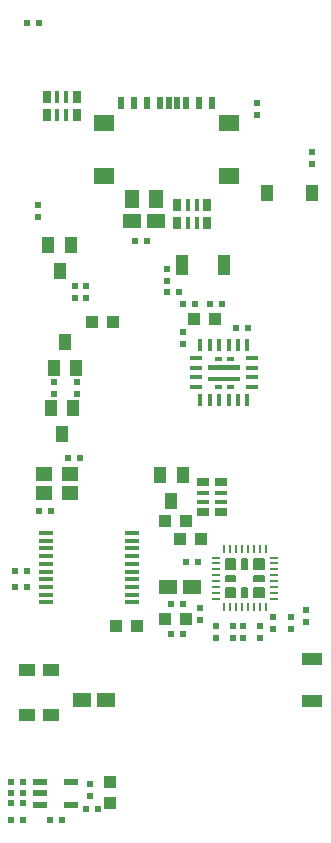
<source format=gbr>
G04 #@! TF.GenerationSoftware,KiCad,Pcbnew,5.1.0-unknown-a7c8df5~94~ubuntu18.04.1*
G04 #@! TF.CreationDate,2019-03-22T16:10:05+02:00*
G04 #@! TF.ProjectId,ESP32-PoE_Rev_D,45535033-322d-4506-9f45-5f5265765f44,D*
G04 #@! TF.SameCoordinates,Original*
G04 #@! TF.FileFunction,Paste,Bot*
G04 #@! TF.FilePolarity,Positive*
%FSLAX46Y46*%
G04 Gerber Fmt 4.6, Leading zero omitted, Abs format (unit mm)*
G04 Created by KiCad (PCBNEW 5.1.0-unknown-a7c8df5~94~ubuntu18.04.1) date 2019-03-22 16:10:05*
%MOMM*%
%LPD*%
G04 APERTURE LIST*
%ADD10C,0.100000*%
%ADD11C,0.200000*%
%ADD12R,1.400000X1.200000*%
%ADD13R,0.500000X0.550000*%
%ADD14R,1.016000X1.778000*%
%ADD15R,0.381000X1.016000*%
%ADD16R,0.635000X1.016000*%
%ADD17R,1.000000X1.400000*%
%ADD18R,1.016000X1.016000*%
%ADD19R,0.550000X0.500000*%
%ADD20R,1.000000X0.400000*%
%ADD21R,0.400000X1.000000*%
%ADD22R,0.230000X0.780000*%
%ADD23R,0.780000X0.230000*%
%ADD24R,1.524000X1.270000*%
%ADD25R,1.016000X0.381000*%
%ADD26R,1.016000X0.635000*%
%ADD27R,0.500000X1.000000*%
%ADD28R,1.754000X1.454000*%
%ADD29R,1.778000X1.016000*%
%ADD30R,1.270000X0.325000*%
%ADD31R,1.270000X1.524000*%
%ADD32R,1.200000X0.550000*%
%ADD33R,1.400000X1.000000*%
G04 APERTURE END LIST*
D10*
G36*
X109216000Y-130395000D02*
G01*
X109716000Y-130395000D01*
X109716000Y-130145000D01*
X109216000Y-130145000D01*
X109216000Y-130395000D01*
G37*
X109216000Y-130395000D02*
X109716000Y-130395000D01*
X109716000Y-130145000D01*
X109216000Y-130145000D01*
X109216000Y-130395000D01*
G36*
X108216000Y-130395000D02*
G01*
X108716000Y-130395000D01*
X108716000Y-130145000D01*
X108216000Y-130145000D01*
X108216000Y-130395000D01*
G37*
X108216000Y-130395000D02*
X108716000Y-130395000D01*
X108716000Y-130145000D01*
X108216000Y-130145000D01*
X108216000Y-130395000D01*
G36*
X108216000Y-132745000D02*
G01*
X108716000Y-132745000D01*
X108716000Y-132495000D01*
X108216000Y-132495000D01*
X108216000Y-132745000D01*
G37*
X108216000Y-132745000D02*
X108716000Y-132745000D01*
X108716000Y-132495000D01*
X108216000Y-132495000D01*
X108216000Y-132745000D01*
G36*
X107666000Y-130795000D02*
G01*
X107666000Y-131095000D01*
X110266000Y-131095000D01*
X110266000Y-130795000D01*
X107666000Y-130795000D01*
G37*
X107666000Y-130795000D02*
X107666000Y-131095000D01*
X110266000Y-131095000D01*
X110266000Y-130795000D01*
X107666000Y-130795000D01*
G36*
X109216000Y-132745000D02*
G01*
X109716000Y-132745000D01*
X109716000Y-132495000D01*
X109216000Y-132495000D01*
X109216000Y-132745000D01*
G37*
X109216000Y-132745000D02*
X109716000Y-132745000D01*
X109716000Y-132495000D01*
X109216000Y-132495000D01*
X109216000Y-132745000D01*
G36*
X107666000Y-131795000D02*
G01*
X107666000Y-132095000D01*
X110266000Y-132095000D01*
X110266000Y-131795000D01*
X107666000Y-131795000D01*
G37*
X107666000Y-131795000D02*
X107666000Y-132095000D01*
X110266000Y-132095000D01*
X110266000Y-131795000D01*
X107666000Y-131795000D01*
D11*
X112344000Y-149644000D02*
X112344000Y-150444000D01*
X111544000Y-149644000D02*
X112344000Y-149644000D01*
X111544000Y-150444000D02*
X111544000Y-149644000D01*
X112344000Y-150444000D02*
X111544000Y-150444000D01*
X112344000Y-150344000D02*
X111544000Y-150344000D01*
X112344000Y-150244000D02*
X111544000Y-150244000D01*
X112344000Y-150144000D02*
X111544000Y-150144000D01*
X112344000Y-150044000D02*
X111544000Y-150044000D01*
X112344000Y-149944000D02*
X111544000Y-149944000D01*
X112344000Y-149844000D02*
X111544000Y-149844000D01*
X112344000Y-149744000D02*
X111544000Y-149744000D01*
X109944000Y-149744000D02*
X109144000Y-149744000D01*
X109944000Y-149844000D02*
X109144000Y-149844000D01*
X109944000Y-149944000D02*
X109144000Y-149944000D01*
X109944000Y-150044000D02*
X109144000Y-150044000D01*
X109944000Y-150144000D02*
X109144000Y-150144000D01*
X109944000Y-150244000D02*
X109144000Y-150244000D01*
X109944000Y-150344000D02*
X109144000Y-150344000D01*
X109944000Y-150444000D02*
X109144000Y-150444000D01*
X109144000Y-150444000D02*
X109144000Y-149644000D01*
X109144000Y-149644000D02*
X109944000Y-149644000D01*
X109944000Y-149644000D02*
X109944000Y-150444000D01*
X112344000Y-147344000D02*
X111544000Y-147344000D01*
X112344000Y-147444000D02*
X111544000Y-147444000D01*
X112344000Y-147544000D02*
X111544000Y-147544000D01*
X112344000Y-147644000D02*
X111544000Y-147644000D01*
X112344000Y-147744000D02*
X111544000Y-147744000D01*
X112344000Y-147844000D02*
X111544000Y-147844000D01*
X112344000Y-147944000D02*
X111544000Y-147944000D01*
X112344000Y-148044000D02*
X111544000Y-148044000D01*
X111544000Y-148044000D02*
X111544000Y-147244000D01*
X111544000Y-147244000D02*
X112344000Y-147244000D01*
X112344000Y-147244000D02*
X112344000Y-148044000D01*
X109944000Y-147244000D02*
X109944000Y-148044000D01*
X109144000Y-147244000D02*
X109944000Y-147244000D01*
X109144000Y-148044000D02*
X109144000Y-147244000D01*
X109944000Y-148044000D02*
X109144000Y-148044000D01*
X109944000Y-147944000D02*
X109144000Y-147944000D01*
X109944000Y-147844000D02*
X109144000Y-147844000D01*
X109944000Y-147744000D02*
X109144000Y-147744000D01*
X109944000Y-147644000D02*
X109144000Y-147644000D01*
X109944000Y-147544000D02*
X109144000Y-147544000D01*
X109944000Y-147444000D02*
X109144000Y-147444000D01*
X109944000Y-147344000D02*
X109144000Y-147344000D01*
X110544000Y-150444000D02*
X110944000Y-150444000D01*
X110544000Y-149644000D02*
X110544000Y-150444000D01*
X110944000Y-149644000D02*
X110544000Y-149644000D01*
X110944000Y-150444000D02*
X110944000Y-149644000D01*
X110844000Y-150444000D02*
X110844000Y-149644000D01*
X110744000Y-150444000D02*
X110744000Y-149644000D01*
X110644000Y-150444000D02*
X110644000Y-149644000D01*
X110644000Y-148044000D02*
X110644000Y-147244000D01*
X110744000Y-148044000D02*
X110744000Y-147244000D01*
X110844000Y-148044000D02*
X110844000Y-147244000D01*
X110944000Y-148044000D02*
X110944000Y-147244000D01*
X110944000Y-147244000D02*
X110544000Y-147244000D01*
X110544000Y-147244000D02*
X110544000Y-148044000D01*
X110544000Y-148044000D02*
X110944000Y-148044000D01*
X112344000Y-148644000D02*
X112344000Y-149044000D01*
X111544000Y-148644000D02*
X112344000Y-148644000D01*
X111544000Y-149044000D02*
X111544000Y-148644000D01*
X112344000Y-149044000D02*
X111544000Y-149044000D01*
X112344000Y-148944000D02*
X111544000Y-148944000D01*
X111544000Y-148844000D02*
X112344000Y-148844000D01*
X112344000Y-148744000D02*
X111544000Y-148744000D01*
X109944000Y-148744000D02*
X109144000Y-148744000D01*
X109144000Y-148844000D02*
X109944000Y-148844000D01*
X109944000Y-148944000D02*
X109144000Y-148944000D01*
X109944000Y-149044000D02*
X109144000Y-149044000D01*
X109144000Y-149044000D02*
X109144000Y-148644000D01*
X109144000Y-148644000D02*
X109944000Y-148644000D01*
X109944000Y-148644000D02*
X109944000Y-149044000D01*
D12*
X95969000Y-140043000D03*
X93769000Y-141643000D03*
X93769000Y-140043000D03*
X95969000Y-141643000D03*
D13*
X95758000Y-138684000D03*
X96774000Y-138684000D03*
D14*
X108966000Y-122301000D03*
X105410000Y-122301000D03*
D15*
X106680000Y-117221000D03*
X105918000Y-117221000D03*
X106680000Y-118745000D03*
X105918000Y-118745000D03*
D16*
X107569000Y-117221000D03*
X107569000Y-118745000D03*
X105029000Y-117221000D03*
X105029000Y-118745000D03*
D17*
X94107000Y-120650000D03*
X96009460Y-120650000D03*
X95054420Y-122859800D03*
D18*
X106426000Y-126873000D03*
X108204000Y-126873000D03*
D19*
X96520000Y-132207000D03*
X96520000Y-133223000D03*
X94615000Y-133223000D03*
X94615000Y-132207000D03*
D20*
X106616000Y-132645000D03*
X106616000Y-131845000D03*
X106616000Y-131045000D03*
X106616000Y-130245000D03*
D21*
X106966000Y-129095000D03*
X107766000Y-129095000D03*
X108566000Y-129095000D03*
X109366000Y-129095000D03*
X110166000Y-129095000D03*
X110966000Y-129095000D03*
D20*
X111316000Y-130245000D03*
X111316000Y-131045000D03*
X111316000Y-131845000D03*
X111316000Y-132645000D03*
D21*
X110966000Y-133795000D03*
X110166000Y-133795000D03*
X109366000Y-133795000D03*
X108566000Y-133795000D03*
X107766000Y-133795000D03*
X106966000Y-133795000D03*
D22*
X108994000Y-151294000D03*
X109494000Y-151294000D03*
X109994000Y-151294000D03*
X110494000Y-151294000D03*
X110994000Y-151294000D03*
X111494000Y-151294000D03*
X111994000Y-151294000D03*
X112494000Y-151294000D03*
D23*
X113194000Y-150594000D03*
X113194000Y-150094000D03*
X113194000Y-149594000D03*
X113194000Y-149094000D03*
X113194000Y-148594000D03*
X113194000Y-148094000D03*
X113194000Y-147594000D03*
X113194000Y-147094000D03*
D22*
X112494000Y-146394000D03*
X111994000Y-146394000D03*
X111494000Y-146394000D03*
X110994000Y-146394000D03*
X110494000Y-146394000D03*
X109994000Y-146394000D03*
X109494000Y-146394000D03*
X108994000Y-146394000D03*
D23*
X108294000Y-147094000D03*
X108294000Y-147594000D03*
X108294000Y-148094000D03*
X108294000Y-148594000D03*
X108294000Y-149094000D03*
X108294000Y-149594000D03*
X108294000Y-150094000D03*
X108294000Y-150594000D03*
D19*
X116459000Y-113792000D03*
X116459000Y-112776000D03*
D17*
X116400000Y-116195000D03*
X112600000Y-116195000D03*
D13*
X93345000Y-143129000D03*
X94361000Y-143129000D03*
D24*
X104267000Y-149606000D03*
X106299000Y-149606000D03*
D17*
X96453960Y-131028440D03*
X94551500Y-131028440D03*
X95506540Y-128818640D03*
D15*
X95631000Y-108077000D03*
X94869000Y-108077000D03*
X95631000Y-109601000D03*
X94869000Y-109601000D03*
D16*
X96520000Y-108077000D03*
X96520000Y-109601000D03*
X93980000Y-108077000D03*
X93980000Y-109601000D03*
D25*
X107188000Y-141605000D03*
X107188000Y-142367000D03*
X108712000Y-141605000D03*
X108712000Y-142367000D03*
D26*
X107188000Y-140716000D03*
X108712000Y-140716000D03*
X107188000Y-143256000D03*
X108712000Y-143256000D03*
D18*
X101600000Y-152908000D03*
X99822000Y-152908000D03*
X105791000Y-144018000D03*
X104013000Y-144018000D03*
X104013000Y-152273000D03*
X105791000Y-152273000D03*
X105283000Y-145542000D03*
X107061000Y-145542000D03*
D27*
X100290000Y-108587000D03*
X101390000Y-108587000D03*
X102490000Y-108587000D03*
X103590000Y-108587000D03*
X104340000Y-108587000D03*
X105040000Y-108587000D03*
X105790000Y-108587000D03*
X106890000Y-108587000D03*
X107990000Y-108587000D03*
D28*
X109440000Y-110337000D03*
X98840000Y-110337000D03*
X109440000Y-114787000D03*
X98840000Y-114787000D03*
D29*
X116459000Y-159258000D03*
X116459000Y-155702000D03*
D24*
X101219000Y-118618000D03*
X103251000Y-118618000D03*
D17*
X94300040Y-134401560D03*
X96202500Y-134401560D03*
X95247460Y-136611360D03*
D30*
X93916500Y-150880000D03*
X93916500Y-150230000D03*
X93916500Y-149580000D03*
X93916500Y-148930000D03*
X93916500Y-148280000D03*
X93916500Y-147630000D03*
X93916500Y-146980000D03*
X93916500Y-146330000D03*
X93916500Y-145680000D03*
X93916500Y-145030000D03*
X101155500Y-145030000D03*
X101155500Y-145680000D03*
X101155500Y-146330000D03*
X101155500Y-146980000D03*
X101155500Y-147630000D03*
X101155500Y-148280000D03*
X101155500Y-148930000D03*
X101155500Y-149580000D03*
X101155500Y-150230000D03*
X101155500Y-150880000D03*
D18*
X99314000Y-167894000D03*
X99314000Y-166116000D03*
D17*
X103571040Y-140116560D03*
X105473500Y-140116560D03*
X104518460Y-142326360D03*
D13*
X91313000Y-149606000D03*
X92329000Y-149606000D03*
X91313000Y-148209000D03*
X92329000Y-148209000D03*
D19*
X97663000Y-167259000D03*
X97663000Y-166243000D03*
X96393000Y-124079000D03*
X96393000Y-125095000D03*
D13*
X94234000Y-169291000D03*
X95250000Y-169291000D03*
D19*
X109728000Y-152908000D03*
X109728000Y-153924000D03*
X108331000Y-152908000D03*
X108331000Y-153924000D03*
X112014000Y-152908000D03*
X112014000Y-153924000D03*
X110617000Y-152908000D03*
X110617000Y-153924000D03*
X114681000Y-152146000D03*
X114681000Y-153162000D03*
X115951000Y-151511000D03*
X115951000Y-152527000D03*
D13*
X90932000Y-169291000D03*
X91948000Y-169291000D03*
D19*
X106934000Y-152400000D03*
X106934000Y-151384000D03*
X105537000Y-129032000D03*
X105537000Y-128016000D03*
D13*
X109982000Y-127635000D03*
X110998000Y-127635000D03*
X102489000Y-120269000D03*
X101473000Y-120269000D03*
D19*
X111760000Y-108585000D03*
X111760000Y-109601000D03*
D13*
X104140000Y-124587000D03*
X105156000Y-124587000D03*
D19*
X104140000Y-122682000D03*
X104140000Y-123698000D03*
X93218000Y-117221000D03*
X93218000Y-118237000D03*
D13*
X104521000Y-153543000D03*
X105537000Y-153543000D03*
D19*
X113157000Y-152146000D03*
X113157000Y-153162000D03*
D13*
X104521000Y-151003000D03*
X105537000Y-151003000D03*
X105791000Y-147447000D03*
X106807000Y-147447000D03*
D31*
X101219000Y-116713000D03*
X103251000Y-116713000D03*
D13*
X108839000Y-125666500D03*
X107823000Y-125666500D03*
D18*
X99568000Y-127127000D03*
X97790000Y-127127000D03*
D19*
X97282000Y-125095000D03*
X97282000Y-124079000D03*
D24*
X96964500Y-159131000D03*
X98996500Y-159131000D03*
D32*
X93442000Y-168018500D03*
X93442000Y-167068500D03*
X93442000Y-166118500D03*
X96042000Y-168018500D03*
X96042000Y-166118500D03*
D13*
X98298000Y-168402000D03*
X97282000Y-168402000D03*
X92329000Y-101854000D03*
X93345000Y-101854000D03*
X91948000Y-167894000D03*
X90932000Y-167894000D03*
X106553000Y-125666500D03*
X105537000Y-125666500D03*
D33*
X94361000Y-156596000D03*
X94361000Y-160396000D03*
X92329000Y-160396000D03*
X92329000Y-156596000D03*
D13*
X90932000Y-166116000D03*
X91948000Y-166116000D03*
X91948000Y-167005000D03*
X90932000Y-167005000D03*
M02*

</source>
